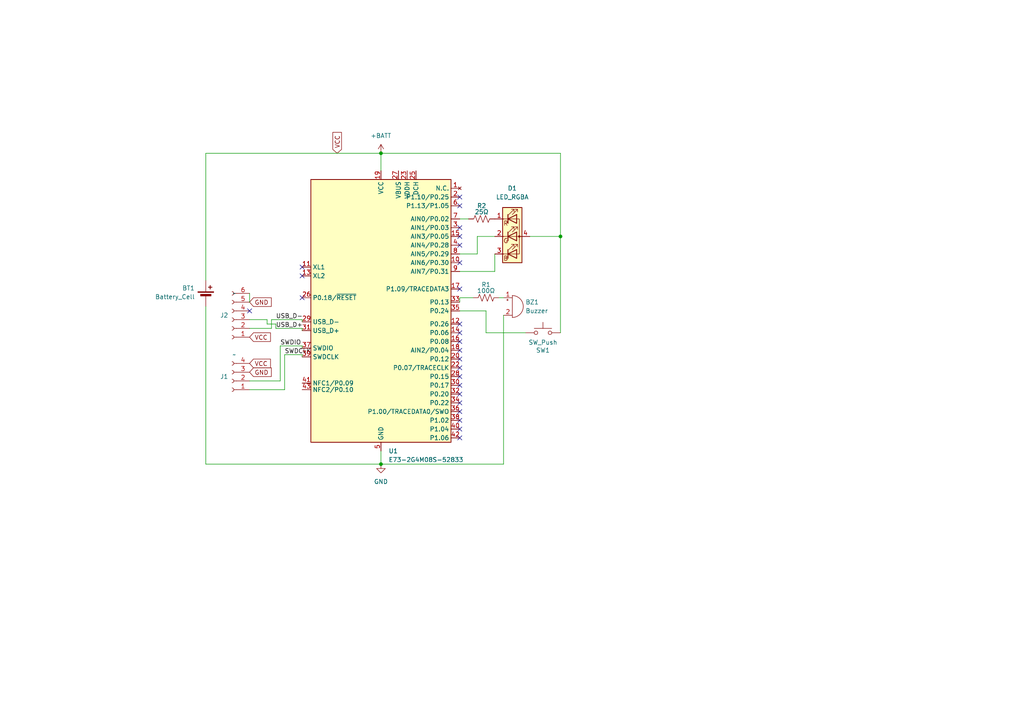
<source format=kicad_sch>
(kicad_sch (version 20231120) (generator "eeschema") (generator_version "8.0")
  (paper "A4")
  (lib_symbols
    (symbol "Connector:Conn_01x04_Socket" (pin_names (offset 1.016) hide)
      (property "Reference" "J" (at 0 5.08 0))
      (property "Value" "Conn_01x04_Socket" (at 0 -7.62 0))
      (symbol "Conn_01x04_Socket_1_1"
        (arc (start 0 -4.572) (mid -0.5058 -5.08) (end 0 -5.588) (stroke (width 0.1524)))
        (arc (start 0 -2.032) (mid -0.5058 -2.54) (end 0 -3.048) (stroke (width 0.1524)))
        (polyline (pts (xy -1.27 -5.08) (xy -0.508 -5.08)) (stroke (width 0.1524)))
        (polyline (pts (xy -1.27 -2.54) (xy -0.508 -2.54)) (stroke (width 0.1524)))
        (polyline (pts (xy -1.27 0) (xy -0.508 0)) (stroke (width 0.1524)))
        (polyline (pts (xy -1.27 2.54) (xy -0.508 2.54)) (stroke (width 0.1524)))
        (arc (start 0 0.508) (mid -0.5058 0) (end 0 -0.508) (stroke (width 0.1524)))
        (arc (start 0 3.048) (mid -0.5058 2.54) (end 0 2.032) (stroke (width 0.1524)))
        (pin passive line (at -5.08 2.54 0) (length 3.81) (name "Pin_1") (number "1"))
        (pin passive line (at -5.08 0 0) (length 3.81) (name "Pin_2") (number "2"))
        (pin passive line (at -5.08 -2.54 0) (length 3.81) (name "Pin_3") (number "3"))
        (pin passive line (at -5.08 -5.08 0) (length 3.81) (name "Pin_4") (number "4"))
      )
    )
    (symbol "Connector:Conn_01x06_Socket" (pin_names (offset 1.016) hide)
      (property "Reference" "J" (at 0 7.62 0))
      (property "Value" "Conn_01x06_Socket" (at 0 -10.16 0))
      (symbol "Conn_01x06_Socket_1_1"
        (arc (start 0 -7.112) (mid -0.5058 -7.62) (end 0 -8.128) (stroke (width 0.1524)))
        (arc (start 0 -4.572) (mid -0.5058 -5.08) (end 0 -5.588) (stroke (width 0.1524)))
        (arc (start 0 -2.032) (mid -0.5058 -2.54) (end 0 -3.048) (stroke (width 0.1524)))
        (polyline (pts (xy -1.27 -7.62) (xy -0.508 -7.62)) (stroke (width 0.1524)))
        (polyline (pts (xy -1.27 -5.08) (xy -0.508 -5.08)) (stroke (width 0.1524)))
        (polyline (pts (xy -1.27 -2.54) (xy -0.508 -2.54)) (stroke (width 0.1524)))
        (polyline (pts (xy -1.27 0) (xy -0.508 0)) (stroke (width 0.1524)))
        (polyline (pts (xy -1.27 2.54) (xy -0.508 2.54)) (stroke (width 0.1524)))
        (polyline (pts (xy -1.27 5.08) (xy -0.508 5.08)) (stroke (width 0.1524)))
        (arc (start 0 0.508) (mid -0.5058 0) (end 0 -0.508) (stroke (width 0.1524)))
        (arc (start 0 3.048) (mid -0.5058 2.54) (end 0 2.032) (stroke (width 0.1524)))
        (arc (start 0 5.588) (mid -0.5058 5.08) (end 0 4.572) (stroke (width 0.1524)))
        (pin passive line (at -5.08 5.08 0) (length 3.81) (name "Pin_1") (number "1"))
        (pin passive line (at -5.08 2.54 0) (length 3.81) (name "Pin_2") (number "2"))
        (pin passive line (at -5.08 0 0) (length 3.81) (name "Pin_3") (number "3"))
        (pin passive line (at -5.08 -2.54 0) (length 3.81) (name "Pin_4") (number "4"))
        (pin passive line (at -5.08 -5.08 0) (length 3.81) (name "Pin_5") (number "5"))
        (pin passive line (at -5.08 -7.62 0) (length 3.81) (name "Pin_6") (number "6"))
      )
    )
    (symbol "Device:Battery_Cell" (pin_numbers hide) (pin_names (offset 0) hide)
      (property "Reference" "BT" (at 2.54 2.54 0))
      (property "Value" "Battery_Cell" (at 2.54 0 0))
      (symbol "Battery_Cell_0_1"
        (rectangle (start -2.286 1.778) (end 2.286 1.524) (fill (type outline)))
        (rectangle (start -1.524 1.016) (end 1.524 0.508) (fill (type outline)))
        (polyline (pts (xy 0 0.762) (xy 0 0)))
        (polyline (pts (xy 0 1.778) (xy 0 2.54)))
        (polyline (pts (xy 0.762 3.048) (xy 1.778 3.048)) (stroke (width 0.254)))
        (polyline (pts (xy 1.27 3.556) (xy 1.27 2.54)) (stroke (width 0.254)))
      )
      (symbol "Battery_Cell_1_1"
        (pin passive line (at 0 5.08 270) (length 2.54) (name "+") (number "1"))
        (pin passive line (at 0 -2.54 90) (length 2.54) (name "-") (number "2"))
      )
    )
    (symbol "Device:Buzzer" (pin_names (offset 0.0254) hide)
      (property "Reference" "BZ" (at 3.81 1.27 0))
      (property "Value" "Buzzer" (at 3.81 -1.27 0))
      (symbol "Buzzer_0_1"
        (arc (start 0 -3.175) (mid 3.1612 0) (end 0 3.175))
        (polyline (pts (xy -1.651 1.905) (xy -1.143 1.905)))
        (polyline (pts (xy -1.397 2.159) (xy -1.397 1.651)))
        (polyline (pts (xy 0 3.175) (xy 0 -3.175)))
      )
      (symbol "Buzzer_1_1"
        (pin passive line (at -2.54 2.54 0) (length 2.54) (name "+") (number "1"))
        (pin passive line (at -2.54 -2.54 0) (length 2.54) (name "-") (number "2"))
      )
    )
    (symbol "Device:LED_RGBA" (pin_names (offset 0) hide)
      (property "Reference" "D" (at 0 9.398 0))
      (property "Value" "LED_RGBA" (at 0 -8.89 0))
      (symbol "LED_RGBA_0_0"
        (text "B" (at -1.905 -6.35 0) (effects (font (size 1.27 1.27))))
        (text "G" (at -1.905 -1.27 0) (effects (font (size 1.27 1.27))))
        (text "R" (at -1.905 3.81 0) (effects (font (size 1.27 1.27))))
      )
      (symbol "LED_RGBA_0_1"
        (polyline (pts (xy -1.27 -5.08) (xy -2.54 -5.08)))
        (polyline (pts (xy -1.27 -5.08) (xy 1.27 -5.08)))
        (polyline (pts (xy -1.27 -3.81) (xy -1.27 -6.35)) (stroke (width 0.254)))
        (polyline (pts (xy -1.27 0) (xy -2.54 0)))
        (polyline (pts (xy -1.27 1.27) (xy -1.27 -1.27)) (stroke (width 0.254)))
        (polyline (pts (xy -1.27 5.08) (xy -2.54 5.08)))
        (polyline (pts (xy -1.27 5.08) (xy 1.27 5.08)))
        (polyline (pts (xy -1.27 6.35) (xy -1.27 3.81)) (stroke (width 0.254)))
        (polyline (pts (xy 1.27 0) (xy -1.27 0)))
        (polyline (pts (xy 1.27 0) (xy 2.54 0)))
        (polyline (pts (xy -1.27 1.27) (xy -1.27 -1.27) (xy -1.27 -1.27)))
        (polyline (pts (xy -1.27 6.35) (xy -1.27 3.81) (xy -1.27 3.81)))
        (polyline (pts (xy 1.27 -5.08) (xy 2.032 -5.08) (xy 2.032 5.08) (xy 1.27 5.08)))
        (polyline (pts (xy 1.27 -3.81) (xy 1.27 -6.35) (xy -1.27 -5.08) (xy 1.27 -3.81)) (stroke (width 0.254)))
        (polyline (pts (xy 1.27 1.27) (xy 1.27 -1.27) (xy -1.27 0) (xy 1.27 1.27)) (stroke (width 0.254)))
        (polyline (pts (xy 1.27 6.35) (xy 1.27 3.81) (xy -1.27 5.08) (xy 1.27 6.35)) (stroke (width 0.254)))
        (polyline (pts (xy -1.016 -3.81) (xy 0.508 -2.286) (xy -0.254 -2.286) (xy 0.508 -2.286) (xy 0.508 -3.048)))
        (polyline (pts (xy -1.016 1.27) (xy 0.508 2.794) (xy -0.254 2.794) (xy 0.508 2.794) (xy 0.508 2.032)))
        (polyline (pts (xy -1.016 6.35) (xy 0.508 7.874) (xy -0.254 7.874) (xy 0.508 7.874) (xy 0.508 7.112)))
        (polyline (pts (xy 0 -3.81) (xy 1.524 -2.286) (xy 0.762 -2.286) (xy 1.524 -2.286) (xy 1.524 -3.048)))
        (polyline (pts (xy 0 1.27) (xy 1.524 2.794) (xy 0.762 2.794) (xy 1.524 2.794) (xy 1.524 2.032)))
        (polyline (pts (xy 0 6.35) (xy 1.524 7.874) (xy 0.762 7.874) (xy 1.524 7.874) (xy 1.524 7.112)))
        (rectangle (start 1.27 -1.27) (end 1.27 1.27))
        (rectangle (start 1.27 1.27) (end 1.27 1.27))
        (rectangle (start 1.27 3.81) (end 1.27 6.35))
        (rectangle (start 1.27 6.35) (end 1.27 6.35))
        (circle (center 2.032 0) (radius 0.254) (fill (type outline)))
        (rectangle (start 2.794 8.382) (end -2.794 -7.62) (stroke (width 0.254)) (fill (type background)))
      )
      (symbol "LED_RGBA_1_1"
        (pin passive line (at -5.08 5.08 0) (length 2.54) (name "RK") (number "1"))
        (pin passive line (at -5.08 0 0) (length 2.54) (name "GK") (number "2"))
        (pin passive line (at -5.08 -5.08 0) (length 2.54) (name "BK") (number "3"))
        (pin passive line (at 5.08 0 180) (length 2.54) (name "A") (number "4"))
      )
    )
    (symbol "Device:R_US" (pin_numbers hide) (pin_names (offset 0))
      (property "Reference" "R" (at 2.54 0 90))
      (property "Value" "R_US" (at -2.54 0 90))
      (symbol "R_US_0_1"
        (polyline (pts (xy 0 -2.286) (xy 0 -2.54)))
        (polyline (pts (xy 0 2.286) (xy 0 2.54)))
        (polyline (pts (xy 0 -0.762) (xy 1.016 -1.143) (xy 0 -1.524) (xy -1.016 -1.905) (xy 0 -2.286)))
        (polyline (pts (xy 0 0.762) (xy 1.016 0.381) (xy 0 0) (xy -1.016 -0.381) (xy 0 -0.762)))
        (polyline (pts (xy 0 2.286) (xy 1.016 1.905) (xy 0 1.524) (xy -1.016 1.143) (xy 0 0.762)))
      )
      (symbol "R_US_1_1"
        (pin passive line (at 0 3.81 270) (length 1.27) (name "~") (number "1"))
        (pin passive line (at 0 -3.81 90) (length 1.27) (name "~") (number "2"))
      )
    )
    (symbol "PinPoint_lib:E73-2G4M08S-52833"
      (property "Reference" "U" (at 0 1.27 0))
      (property "Value" "E73-2G4M08S-52833" (at 0 -1.27 0))
      (symbol "E73-2G4M08S-52833_0_1"
        (rectangle (start -20.32 38.1) (end 20.32 -38.1) (stroke (width 0.254)) (fill (type background)))
      )
      (symbol "E73-2G4M08S-52833_1_0"
        (pin power_in line (at 7.62 40.64 270) (length 2.54) (name "VDDH") (number "23"))
        (pin power_in line (at 5.08 40.64 270) (length 2.54) (name "VBUS") (number "27"))
        (pin power_in line (at -22.86 -3.175 0) (length 2.54) (name "USB_D-") (number "29"))
        (pin power_in line (at -22.86 -5.715 0) (length 2.54) (name "USB_D+") (number "31"))
        (pin bidirectional line (at 22.86 -31.75 180) (length 2.54) (name "P1.02") (number "38"))
        (pin bidirectional line (at 22.86 -34.29 180) (length 2.54) (name "P1.04") (number "40"))
      )
      (symbol "E73-2G4M08S-52833_1_1"
        (pin no_connect line (at 22.86 35.56 180) (length 2.54) (name "N.C.") (number "1"))
        (pin bidirectional line (at 22.86 13.97 180) (length 2.54) (name "AIN6/P0.30") (number "10"))
        (pin bidirectional line (at -22.86 12.7 0) (length 2.54) (name "XL1") (number "11"))
        (pin bidirectional line (at 22.86 -3.81 180) (length 2.54) (name "P0.26") (number "12"))
        (pin bidirectional line (at -22.86 10.16 0) (length 2.54) (name "XL2") (number "13"))
        (pin bidirectional line (at 22.86 -6.35 180) (length 2.54) (name "P0.06") (number "14"))
        (pin bidirectional line (at 22.86 21.59 180) (length 2.54) (name "AIN3/P0.05") (number "15"))
        (pin bidirectional line (at 22.86 -8.89 180) (length 2.54) (name "P0.08") (number "16"))
        (pin bidirectional line (at 22.86 6.35 180) (length 2.54) (name "P1.09/TRACEDATA3") (number "17"))
        (pin bidirectional line (at 22.86 -11.43 180) (length 2.54) (name "AIN2/P0.04") (number "18"))
        (pin power_in line (at 0 40.64 270) (length 2.54) (name "VCC") (number "19"))
        (pin bidirectional line (at 22.86 33.02 180) (length 2.54) (name "P1.10/P0.25") (number "2"))
        (pin bidirectional line (at 22.86 -13.97 180) (length 2.54) (name "P0.12") (number "20"))
        (pin passive line (at 0 -40.64 90) (length 2.54) hide (name "GND") (number "21"))
        (pin bidirectional line (at 22.86 -16.51 180) (length 2.54) (name "P0.07/TRACECLK") (number "22"))
        (pin passive line (at 0 -40.64 90) (length 2.54) hide (name "GND") (number "24"))
        (pin power_out line (at 10.16 40.64 270) (length 2.54) (name "DCH") (number "25"))
        (pin bidirectional line (at -22.86 3.81 0) (length 2.54) (name "P0.18/~{RESET}") (number "26"))
        (pin bidirectional line (at 22.86 -19.05 180) (length 2.54) (name "P0.15") (number "28"))
        (pin bidirectional line (at 22.86 24.13 180) (length 2.54) (name "AIN1/P0.03") (number "3"))
        (pin bidirectional line (at 22.86 -21.59 180) (length 2.54) (name "P0.17") (number "30"))
        (pin bidirectional line (at 22.86 -24.13 180) (length 2.54) (name "P0.20") (number "32"))
        (pin bidirectional line (at 22.86 2.54 180) (length 2.54) (name "P0.13") (number "33"))
        (pin bidirectional line (at 22.86 -26.67 180) (length 2.54) (name "P0.22") (number "34"))
        (pin bidirectional line (at 22.86 0 180) (length 2.54) (name "P0.24") (number "35"))
        (pin bidirectional line (at 22.86 -29.21 180) (length 2.54) (name "P1.00/TRACEDATA0/SWO") (number "36"))
        (pin bidirectional line (at -22.86 -10.795 0) (length 2.54) (name "SWDIO") (number "37"))
        (pin input line (at -22.86 -13.335 0) (length 2.54) (name "SWDCLK") (number "39"))
        (pin bidirectional line (at 22.86 19.05 180) (length 2.54) (name "AIN4/P0.28") (number "4"))
        (pin bidirectional line (at -22.86 -20.955 0) (length 2.54) (name "NFC1/P0.09") (number "41"))
        (pin bidirectional line (at 22.86 -36.83 180) (length 2.54) (name "P1.06") (number "42"))
        (pin bidirectional line (at -22.86 -22.86 0) (length 2.54) (name "NFC2/P0.10") (number "43"))
        (pin power_in line (at 0 -40.64 90) (length 2.54) (name "GND") (number "5"))
        (pin bidirectional line (at 22.86 30.48 180) (length 2.54) (name "P1.13/P1.05") (number "6"))
        (pin bidirectional line (at 22.86 26.67 180) (length 2.54) (name "AIN0/P0.02") (number "7"))
        (pin bidirectional line (at 22.86 16.51 180) (length 2.54) (name "AIN5/P0.29") (number "8"))
        (pin bidirectional line (at 22.86 11.43 180) (length 2.54) (name "AIN7/P0.31") (number "9"))
      )
    )
    (symbol "Switch:SW_Push" (pin_numbers hide) (pin_names (offset 1.016) hide)
      (property "Reference" "SW" (at 1.27 2.54 0))
      (property "Value" "SW_Push" (at 0 -1.524 0))
      (symbol "SW_Push_0_1"
        (circle (center -2.032 0) (radius 0.508))
        (polyline (pts (xy 0 1.27) (xy 0 3.048)))
        (polyline (pts (xy 2.54 1.27) (xy -2.54 1.27)))
        (circle (center 2.032 0) (radius 0.508))
        (pin passive line (at -5.08 0 0) (length 2.54) (name "1") (number "1"))
        (pin passive line (at 5.08 0 180) (length 2.54) (name "2") (number "2"))
      )
    )
    (symbol "power:+BATT" (power) (pin_numbers hide) (pin_names (offset 0) hide)
      (property "Value" "+BATT" (at 0 3.556 0))
      (symbol "+BATT_0_1"
        (polyline (pts (xy -0.762 1.27) (xy 0 2.54)))
        (polyline (pts (xy 0 0) (xy 0 2.54)))
        (polyline (pts (xy 0 2.54) (xy 0.762 1.27)))
      )
      (symbol "+BATT_1_1"
        (pin power_in line (at 0 0 90) (length 0) (name "~") (number "1"))
      )
    )
    (symbol "power:GND" (power) (pin_numbers hide) (pin_names (offset 0) hide)
      (property "Value" "GND" (at 0 -3.81 0))
      (symbol "GND_0_1"
        (polyline (pts (xy 0 0) (xy 0 -1.27) (xy 1.27 -1.27) (xy 0 -2.54) (xy -1.27 -1.27) (xy 0 -1.27)))
      )
      (symbol "GND_1_1"
        (pin power_in line (at 0 0 270) (length 0) (name "~") (number "1"))
      )
    )
  )
  (junction (at 110.49 44.45))
  (junction (at 110.49 134.62))
  (junction (at 162.56 68.58))
  (no_connect (at 87.63 80.01))
  (no_connect (at 133.35 111.76))
  (no_connect (at 133.35 57.15))
  (no_connect (at 72.39 90.17))
  (no_connect (at 133.35 109.22))
  (no_connect (at 133.35 68.58))
  (no_connect (at 133.35 93.98))
  (no_connect (at 133.35 59.69))
  (no_connect (at 133.35 104.14))
  (no_connect (at 87.63 77.47))
  (no_connect (at 133.35 66.04))
  (no_connect (at 133.35 116.84))
  (no_connect (at 87.63 86.36))
  (no_connect (at 133.35 114.3))
  (no_connect (at 133.35 127))
  (no_connect (at 133.35 99.06))
  (no_connect (at 133.35 83.82))
  (no_connect (at 133.35 101.6))
  (no_connect (at 133.35 71.12))
  (no_connect (at 133.35 76.2))
  (no_connect (at 133.35 121.92))
  (no_connect (at 133.35 124.46))
  (no_connect (at 133.35 106.68))
  (no_connect (at 133.35 119.38))
  (no_connect (at 133.35 96.52))
  (wire (pts (xy 82.55 113.03) (xy 82.55 102.87)))
  (wire (pts (xy 72.39 92.71) (xy 77.47 92.71)))
  (wire (pts (xy 140.97 90.17) (xy 133.35 90.17)))
  (wire (pts (xy 82.55 102.87) (xy 87.63 102.87)))
  (wire (pts (xy 77.47 93.98) (xy 80.01 93.98)))
  (wire (pts (xy 77.47 92.71) (xy 77.47 93.98)))
  (wire (pts (xy 59.69 44.45) (xy 110.49 44.45)))
  (wire (pts (xy 143.51 68.58) (xy 138.43 68.58)))
  (wire (pts (xy 162.56 68.58) (xy 153.67 68.58)))
  (wire (pts (xy 152.4 96.52) (xy 140.97 96.52)))
  (wire (pts (xy 59.69 81.28) (xy 59.69 44.45)))
  (wire (pts (xy 138.43 73.66) (xy 133.35 73.66)))
  (wire (pts (xy 110.49 44.45) (xy 162.56 44.45)))
  (wire (pts (xy 81.28 110.49) (xy 81.28 100.33)))
  (wire (pts (xy 133.35 86.36) (xy 133.35 87.63)))
  (wire (pts (xy 80.01 95.25) (xy 87.63 95.25)))
  (wire (pts (xy 143.51 73.66) (xy 143.51 78.74)))
  (wire (pts (xy 144.78 86.36) (xy 146.05 86.36)))
  (wire (pts (xy 162.56 44.45) (xy 162.56 68.58)))
  (wire (pts (xy 135.89 63.5) (xy 133.35 63.5)))
  (wire (pts (xy 59.69 134.62) (xy 110.49 134.62)))
  (wire (pts (xy 72.39 85.09) (xy 72.39 87.63)))
  (wire (pts (xy 146.05 134.62) (xy 110.49 134.62)))
  (wire (pts (xy 87.63 92.71) (xy 78.74 92.71)))
  (wire (pts (xy 87.63 102.87) (xy 87.63 103.505)))
  (wire (pts (xy 110.49 134.62) (xy 110.49 130.81)))
  (wire (pts (xy 110.49 44.45) (xy 110.49 49.53)))
  (wire (pts (xy 72.39 113.03) (xy 82.55 113.03)))
  (wire (pts (xy 59.69 88.9) (xy 59.69 134.62)))
  (wire (pts (xy 143.51 78.74) (xy 133.35 78.74)))
  (wire (pts (xy 78.74 95.25) (xy 72.39 95.25)))
  (wire (pts (xy 87.63 95.25) (xy 87.63 95.885)))
  (wire (pts (xy 140.97 96.52) (xy 140.97 90.17)))
  (wire (pts (xy 87.63 92.71) (xy 87.63 93.345)))
  (wire (pts (xy 81.28 100.33) (xy 87.63 100.33)))
  (wire (pts (xy 87.63 100.33) (xy 87.63 100.965)))
  (wire (pts (xy 138.43 68.58) (xy 138.43 73.66)))
  (wire (pts (xy 80.01 93.98) (xy 80.01 95.25)))
  (wire (pts (xy 162.56 96.52) (xy 162.56 68.58)))
  (wire (pts (xy 78.74 92.71) (xy 78.74 95.25)))
  (wire (pts (xy 72.39 110.49) (xy 81.28 110.49)))
  (wire (pts (xy 146.05 91.44) (xy 146.05 134.62)))
  (wire (pts (xy 133.35 86.36) (xy 137.16 86.36)))
  (label "USB_D-" (at 80.01 92.71 0))
  (label "USB_D+" (at 80.01 95.25 0))
  (label "SWDCLK" (at 82.55 102.87 0))
  (label "SWDIO" (at 81.28 100.33 0))
  (global_label "GND" (shape input) (at 72.39 107.95 0) (property "Intersheetrefs" "${INTERSHEET_REFS}" (effects (hide yes))))
  (global_label "GND" (shape input) (at 72.39 87.63 0) (property "Intersheetrefs" "${INTERSHEET_REFS}" (effects (hide yes))))
  (global_label "VCC" (shape input) (at 72.39 97.79 0) (property "Intersheetrefs" "${INTERSHEET_REFS}" (effects (hide yes))))
  (global_label "VCC" (shape input) (at 97.79 44.45 90) (property "Intersheetrefs" "${INTERSHEET_REFS}" (effects (hide yes))))
  (global_label "VCC" (shape input) (at 72.39 105.41 0) (property "Intersheetrefs" "${INTERSHEET_REFS}" (effects (hide yes))))
  (symbol (lib_id "Device:R_US") (at 140.97 86.36 90) (unit 1)
    (property "Reference" "R1" (at 140.97 82.55 90))
    (property "Value" "100Ω" (at 140.97 84.328 90))
    (property "Footprint" "Resistor_SMD:R_0603_1608Metric" (effects (hide yes)))
    (property "Description" "Resistor, US symbol" (effects (hide yes)))
  )
  (symbol (lib_id "Device:LED_RGBA") (at 148.59 68.58 0) (unit 1)
    (property "Reference" "D1" (at 148.59 54.61 0))
    (property "Value" "LED_RGBA" (at 148.59 57.15 0))
    (property "Footprint" "LED_SMD:LED_LiteOn_LTST-C19HE1WT" (effects (hide yes)))
    (property "Description" "RGB LED, red/green/blue/anode" (effects (hide yes)))
    (property "LCSC Part #" "C458749" (effects (hide yes)))
  )
  (symbol (lib_id "Connector:Conn_01x06_Socket") (at 67.31 92.71 180) (unit 1)
    (property "Reference" "J2" (at 65.024 91.44 0))
    (property "Value" "~" (at 67.945 85.09 0))
    (property "Footprint" "Connector_USB:USB_Micro-B_Molex_47346-0001" (effects (hide yes)))
    (property "Description" "Generic connector, single row, 01x06, script generated" (effects (hide yes)))
    (property "LCSC Part #" "C132560" (effects (hide yes)))
  )
  (symbol (lib_id "Device:Buzzer") (at 148.59 88.9 0) (unit 1)
    (property "Reference" "BZ1" (at 152.4 87.6299 0) (effects (justify left)))
    (property "Value" "Buzzer" (at 152.4 90.1699 0) (effects (justify left)))
    (property "Footprint" "Buzzer_Beeper:Buzzer_Murata_PKMCS0909E" (effects (hide yes)))
    (property "Description" "Buzzer, polarized" (effects (hide yes)))
    (property "LCSC Part #" "C910763" (effects (hide yes)))
  )
  (symbol (lib_id "Device:Battery_Cell") (at 59.69 86.36 0) (unit 1)
    (property "Reference" "BT1" (at 52.832 83.566 0) (effects (justify left)))
    (property "Value" "Battery_Cell" (at 44.958 86.106 0) (effects (justify left)))
    (property "Footprint" "Battery:BatteryHolder_Keystone_3034_1x20mm" (effects (hide yes)))
    (property "Description" "Single-cell battery" (effects (hide yes)))
    (property "LCSC Part #" "C964823" (effects (hide yes)))
  )
  (symbol (lib_id "PinPoint_lib:E73-2G4M08S-52833") (at 110.49 90.17 0) (unit 1)
    (property "Reference" "U1" (at 112.6841 130.81 0) (effects (justify left)))
    (property "Value" "E73-2G4M08S-52833" (at 112.6841 133.35 0) (effects (justify left)))
    (property "Footprint" "PinPoint_lib:E73-2G4M08S1E" (effects (hide yes)))
    (property "Datasheet" "${KIPRJMOD}/../docs/E73-2G4M08S1E_UserManual_EN_v1.5.pdf" (effects (hide yes)))
    (property "Description" "nRF52833 BLE5 Module" (effects (hide yes)))
    (property "IC Datasheet" "${KIPRJMOD}/../docs/nRF52833_PS_v1.7.pdf" (effects (hide yes)))
    (property "LCSC Part #" "C356849" (effects (hide yes)))
  )
  (symbol (lib_id "power:GND") (at 110.49 134.62 0) (unit 1)
    (property "Reference" "#PWR01" (effects (hide yes)))
    (property "Value" "GND" (at 110.49 139.7 0))
    (property "Description" "Power symbol creates a global label with name \"GND\" , ground" (effects (hide yes)))
  )
  (symbol (lib_id "Switch:SW_Push") (at 157.48 96.52 0) (unit 1)
    (property "Reference" "SW1" (at 157.48 101.6 0))
    (property "Value" "SW_Push" (at 157.48 99.314 0))
    (property "Footprint" "Button_Switch_SMD:SW_SPST_CK_KXT3" (effects (hide yes)))
    (property "Datasheet" "https://wmsc.lcsc.com/wmsc/upload/file/pdf/v2/lcsc/1912111437_SHOU-HAN-TS2306A-230gf-9_C388289.pdf" (effects (hide yes)))
    (property "Description" "Push button switch, generic, two pins" (effects (hide yes)))
    (property "LCSC Part #" "C388289" (effects (hide yes)))
  )
  (symbol (lib_id "power:+BATT") (at 110.49 44.45 0) (unit 1)
    (property "Reference" "#PWR02" (effects (hide yes)))
    (property "Value" "+BATT" (at 110.49 39.37 0))
    (property "Description" "Power symbol creates a global label with name \"+BATT\"" (effects (hide yes)))
  )
  (symbol (lib_id "Connector:Conn_01x04_Socket") (at 67.31 110.49 180) (unit 1) (in_bom no)
    (property "Reference" "J1" (at 65.024 109.22 0))
    (property "Value" "~" (at 67.945 102.87 0))
    (property "Footprint" "Connector_PinHeader_2.54mm:PinHeader_1x04_P2.54mm_Vertical" (effects (hide yes)))
    (property "Description" "Generic connector, single row, 01x04, script generated" (effects (hide yes)))
  )
  (symbol (lib_id "Device:R_US") (at 139.7 63.5 90) (unit 1)
    (property "Reference" "R2" (at 139.7 59.69 90))
    (property "Value" "25Ω" (at 139.7 61.468 90))
    (property "Footprint" "Resistor_SMD:R_0603_1608Metric" (effects (hide yes)))
    (property "Description" "Resistor, US symbol" (effects (hide yes)))
  )
)
</source>
